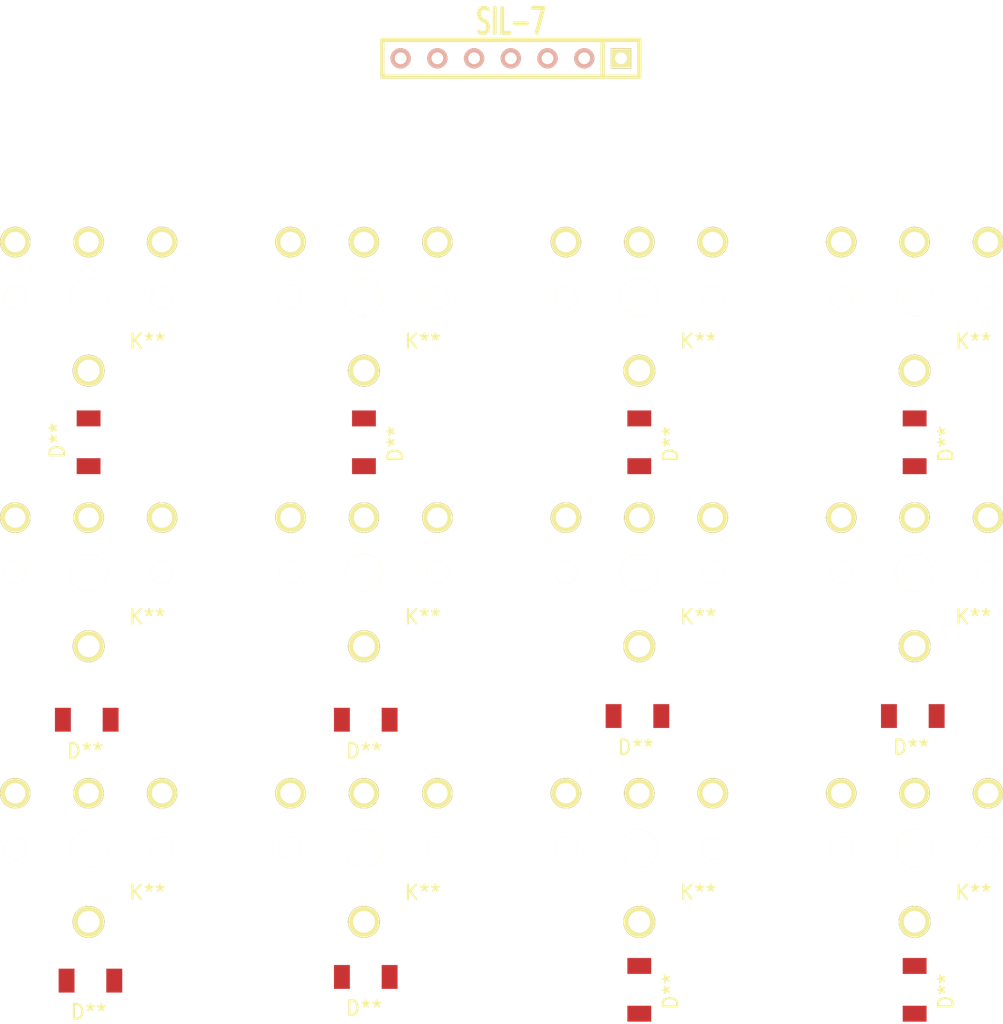
<source format=kicad_pcb>
(kicad_pcb (version 3) (host pcbnew "(2013-07-07 BZR 4022)-stable")

  (general
    (links 0)
    (no_connects 0)
    (area 208.246 74.92873 278.164 146.025527)
    (thickness 1.6)
    (drawings 0)
    (tracks 0)
    (zones 0)
    (modules 25)
    (nets 1)
  )

  (page A3)
  (layers
    (15 F.Cu signal)
    (0 B.Cu signal)
    (16 B.Adhes user)
    (17 F.Adhes user)
    (18 B.Paste user)
    (19 F.Paste user)
    (20 B.SilkS user)
    (21 F.SilkS user)
    (22 B.Mask user)
    (23 F.Mask user)
    (24 Dwgs.User user)
    (25 Cmts.User user)
    (26 Eco1.User user)
    (27 Eco2.User user)
    (28 Edge.Cuts user)
  )

  (setup
    (last_trace_width 0.254)
    (trace_clearance 0.254)
    (zone_clearance 0.508)
    (zone_45_only no)
    (trace_min 0.254)
    (segment_width 0.2)
    (edge_width 0.1)
    (via_size 0.889)
    (via_drill 0.635)
    (via_min_size 0.889)
    (via_min_drill 0.508)
    (uvia_size 0.508)
    (uvia_drill 0.127)
    (uvias_allowed no)
    (uvia_min_size 0.508)
    (uvia_min_drill 0.127)
    (pcb_text_width 0.3)
    (pcb_text_size 1.5 1.5)
    (mod_edge_width 0.15)
    (mod_text_size 1 1)
    (mod_text_width 0.15)
    (pad_size 1.1 1.65)
    (pad_drill 0)
    (pad_to_mask_clearance 0)
    (aux_axis_origin 0 0)
    (visible_elements 7FFFFFFF)
    (pcbplotparams
      (layerselection 3178497)
      (usegerberextensions true)
      (excludeedgelayer true)
      (linewidth 0.150000)
      (plotframeref false)
      (viasonmask false)
      (mode 1)
      (useauxorigin false)
      (hpglpennumber 1)
      (hpglpenspeed 20)
      (hpglpendiameter 15)
      (hpglpenoverlay 2)
      (psnegative false)
      (psa4output false)
      (plotreference true)
      (plotvalue true)
      (plotothertext true)
      (plotinvisibletext false)
      (padsonsilk false)
      (subtractmaskfromsilk false)
      (outputformat 1)
      (mirror false)
      (drillshape 1)
      (scaleselection 1)
      (outputdirectory ""))
  )

  (net 0 "")

  (net_class Default "This is the default net class."
    (clearance 0.254)
    (trace_width 0.254)
    (via_dia 0.889)
    (via_drill 0.635)
    (uvia_dia 0.508)
    (uvia_drill 0.127)
    (add_net "")
  )

  (module SIL-7 (layer F.Cu) (tedit 563F7698) (tstamp 5640F700)
    (at 243.84 78.74 180)
    (descr "Connecteur 7 pins")
    (tags "CONN DEV")
    (fp_text reference SIL-7 (at 0 2.54 180) (layer F.SilkS)
      (effects (font (size 1.72974 1.08712) (thickness 0.3048)))
    )
    (fp_text value Val** (at 0 -2.54 180) (layer F.SilkS) hide
      (effects (font (size 1.524 1.016) (thickness 0.3048)))
    )
    (fp_line (start -8.89 -1.27) (end -8.89 -1.27) (layer F.SilkS) (width 0.3048))
    (fp_line (start -8.89 -1.27) (end 8.89 -1.27) (layer F.SilkS) (width 0.3048))
    (fp_line (start 8.89 -1.27) (end 8.89 1.27) (layer F.SilkS) (width 0.3048))
    (fp_line (start 8.89 1.27) (end -8.89 1.27) (layer F.SilkS) (width 0.3048))
    (fp_line (start -8.89 1.27) (end -8.89 -1.27) (layer F.SilkS) (width 0.3048))
    (fp_line (start -6.35 1.27) (end -6.35 1.27) (layer F.SilkS) (width 0.3048))
    (fp_line (start -6.35 1.27) (end -6.35 -1.27) (layer F.SilkS) (width 0.3048))
    (pad 1 thru_hole rect (at -7.62 0 180) (size 1.397 1.397) (drill 0.8128)
      (layers *.Cu *.Mask F.SilkS)
    )
    (pad 2 thru_hole circle (at -5.08 0 180) (size 1.397 1.397) (drill 0.8128)
      (layers *.Cu *.SilkS *.Mask)
    )
    (pad 3 thru_hole circle (at -2.54 0 180) (size 1.397 1.397) (drill 0.8128)
      (layers *.Cu *.SilkS *.Mask)
    )
    (pad 4 thru_hole circle (at 0 0 180) (size 1.397 1.397) (drill 0.8128)
      (layers *.Cu *.SilkS *.Mask)
    )
    (pad 5 thru_hole circle (at 2.54 0 180) (size 1.397 1.397) (drill 0.8128)
      (layers *.Cu *.SilkS *.Mask)
    )
    (pad 6 thru_hole circle (at 5.08 0 180) (size 1.397 1.397) (drill 0.8128)
      (layers *.Cu *.SilkS *.Mask)
    )
    (pad 7 thru_hole circle (at 7.62 0 180) (size 1.397 1.397) (drill 0.8128)
      (layers *.Cu *.SilkS *.Mask)
    )
  )

  (module CHERRY_ML (layer F.Cu) (tedit 563F8269) (tstamp 563FDFC0)
    (at 214.63 95.25)
    (fp_text reference ML (at -3.556 3.048) (layer F.SilkS) hide
      (effects (font (size 1 1) (thickness 0.15)))
    )
    (fp_text value K** (at 4.064 3.048) (layer F.SilkS)
      (effects (font (size 1 1) (thickness 0.15)))
    )
    (pad "" np_thru_hole circle (at 0 0) (size 2.6 2.6) (drill 2.6)
      (layers *.Cu *.Mask F.SilkS)
    )
    (pad "" np_thru_hole circle (at -5.08 0) (size 1.55 1.55) (drill 1.55)
      (layers *.Cu *.Mask F.SilkS)
    )
    (pad "" np_thru_hole circle (at 5.08 0) (size 1.55 1.55) (drill 1.55)
      (layers *.Cu *.Mask F.SilkS)
    )
    (pad 4 thru_hole circle (at 5.08 -3.81) (size 2.1 2.1) (drill 1.4)
      (layers *.Cu *.Mask F.SilkS)
    )
    (pad 3 thru_hole circle (at -5.08 -3.81) (size 2.1 2.1) (drill 1.4)
      (layers *.Cu *.Mask F.SilkS)
    )
    (pad 2 thru_hole circle (at 0 5.08) (size 2.2 2.2) (drill 1.5)
      (layers *.Cu *.Mask F.SilkS)
    )
    (pad 1 thru_hole circle (at 0 -3.81) (size 2.1 2.1) (drill 1.4)
      (layers *.Cu *.Mask F.SilkS)
    )
  )

  (module CHERRY_ML (layer F.Cu) (tedit 563F8269) (tstamp 563FDFED)
    (at 233.68 95.25)
    (fp_text reference ML (at -3.556 3.048) (layer F.SilkS) hide
      (effects (font (size 1 1) (thickness 0.15)))
    )
    (fp_text value K** (at 4.064 3.048) (layer F.SilkS)
      (effects (font (size 1 1) (thickness 0.15)))
    )
    (pad "" np_thru_hole circle (at 0 0) (size 2.6 2.6) (drill 2.6)
      (layers *.Cu *.Mask F.SilkS)
    )
    (pad "" np_thru_hole circle (at -5.08 0) (size 1.55 1.55) (drill 1.55)
      (layers *.Cu *.Mask F.SilkS)
    )
    (pad "" np_thru_hole circle (at 5.08 0) (size 1.55 1.55) (drill 1.55)
      (layers *.Cu *.Mask F.SilkS)
    )
    (pad 4 thru_hole circle (at 5.08 -3.81) (size 2.1 2.1) (drill 1.4)
      (layers *.Cu *.Mask F.SilkS)
    )
    (pad 3 thru_hole circle (at -5.08 -3.81) (size 2.1 2.1) (drill 1.4)
      (layers *.Cu *.Mask F.SilkS)
    )
    (pad 2 thru_hole circle (at 0 5.08) (size 2.2 2.2) (drill 1.5)
      (layers *.Cu *.Mask F.SilkS)
    )
    (pad 1 thru_hole circle (at 0 -3.81) (size 2.1 2.1) (drill 1.4)
      (layers *.Cu *.Mask F.SilkS)
    )
  )

  (module CHERRY_ML (layer F.Cu) (tedit 563F8269) (tstamp 563FE002)
    (at 252.73 95.25)
    (fp_text reference ML (at -3.556 3.048) (layer F.SilkS) hide
      (effects (font (size 1 1) (thickness 0.15)))
    )
    (fp_text value K** (at 4.064 3.048) (layer F.SilkS)
      (effects (font (size 1 1) (thickness 0.15)))
    )
    (pad "" np_thru_hole circle (at 0 0) (size 2.6 2.6) (drill 2.6)
      (layers *.Cu *.Mask F.SilkS)
    )
    (pad "" np_thru_hole circle (at -5.08 0) (size 1.55 1.55) (drill 1.55)
      (layers *.Cu *.Mask F.SilkS)
    )
    (pad "" np_thru_hole circle (at 5.08 0) (size 1.55 1.55) (drill 1.55)
      (layers *.Cu *.Mask F.SilkS)
    )
    (pad 4 thru_hole circle (at 5.08 -3.81) (size 2.1 2.1) (drill 1.4)
      (layers *.Cu *.Mask F.SilkS)
    )
    (pad 3 thru_hole circle (at -5.08 -3.81) (size 2.1 2.1) (drill 1.4)
      (layers *.Cu *.Mask F.SilkS)
    )
    (pad 2 thru_hole circle (at 0 5.08) (size 2.2 2.2) (drill 1.5)
      (layers *.Cu *.Mask F.SilkS)
    )
    (pad 1 thru_hole circle (at 0 -3.81) (size 2.1 2.1) (drill 1.4)
      (layers *.Cu *.Mask F.SilkS)
    )
  )

  (module CHERRY_ML (layer F.Cu) (tedit 563F8269) (tstamp 563FE017)
    (at 271.78 95.25)
    (fp_text reference ML (at -3.556 3.048) (layer F.SilkS) hide
      (effects (font (size 1 1) (thickness 0.15)))
    )
    (fp_text value K** (at 4.064 3.048) (layer F.SilkS)
      (effects (font (size 1 1) (thickness 0.15)))
    )
    (pad "" np_thru_hole circle (at 0 0) (size 2.6 2.6) (drill 2.6)
      (layers *.Cu *.Mask F.SilkS)
    )
    (pad "" np_thru_hole circle (at -5.08 0) (size 1.55 1.55) (drill 1.55)
      (layers *.Cu *.Mask F.SilkS)
    )
    (pad "" np_thru_hole circle (at 5.08 0) (size 1.55 1.55) (drill 1.55)
      (layers *.Cu *.Mask F.SilkS)
    )
    (pad 4 thru_hole circle (at 5.08 -3.81) (size 2.1 2.1) (drill 1.4)
      (layers *.Cu *.Mask F.SilkS)
    )
    (pad 3 thru_hole circle (at -5.08 -3.81) (size 2.1 2.1) (drill 1.4)
      (layers *.Cu *.Mask F.SilkS)
    )
    (pad 2 thru_hole circle (at 0 5.08) (size 2.2 2.2) (drill 1.5)
      (layers *.Cu *.Mask F.SilkS)
    )
    (pad 1 thru_hole circle (at 0 -3.81) (size 2.1 2.1) (drill 1.4)
      (layers *.Cu *.Mask F.SilkS)
    )
  )

  (module CHERRY_ML (layer F.Cu) (tedit 563F8269) (tstamp 563FE02E)
    (at 214.63 114.3)
    (fp_text reference ML (at -3.556 3.048) (layer F.SilkS) hide
      (effects (font (size 1 1) (thickness 0.15)))
    )
    (fp_text value K** (at 4.064 3.048) (layer F.SilkS)
      (effects (font (size 1 1) (thickness 0.15)))
    )
    (pad "" np_thru_hole circle (at 0 0) (size 2.6 2.6) (drill 2.6)
      (layers *.Cu *.Mask F.SilkS)
    )
    (pad "" np_thru_hole circle (at -5.08 0) (size 1.55 1.55) (drill 1.55)
      (layers *.Cu *.Mask F.SilkS)
    )
    (pad "" np_thru_hole circle (at 5.08 0) (size 1.55 1.55) (drill 1.55)
      (layers *.Cu *.Mask F.SilkS)
    )
    (pad 4 thru_hole circle (at 5.08 -3.81) (size 2.1 2.1) (drill 1.4)
      (layers *.Cu *.Mask F.SilkS)
    )
    (pad 3 thru_hole circle (at -5.08 -3.81) (size 2.1 2.1) (drill 1.4)
      (layers *.Cu *.Mask F.SilkS)
    )
    (pad 2 thru_hole circle (at 0 5.08) (size 2.2 2.2) (drill 1.5)
      (layers *.Cu *.Mask F.SilkS)
    )
    (pad 1 thru_hole circle (at 0 -3.81) (size 2.1 2.1) (drill 1.4)
      (layers *.Cu *.Mask F.SilkS)
    )
  )

  (module CHERRY_ML (layer F.Cu) (tedit 563F8269) (tstamp 563FE047)
    (at 233.68 114.3)
    (fp_text reference ML (at -3.556 3.048) (layer F.SilkS) hide
      (effects (font (size 1 1) (thickness 0.15)))
    )
    (fp_text value K** (at 4.064 3.048) (layer F.SilkS)
      (effects (font (size 1 1) (thickness 0.15)))
    )
    (pad "" np_thru_hole circle (at 0 0) (size 2.6 2.6) (drill 2.6)
      (layers *.Cu *.Mask F.SilkS)
    )
    (pad "" np_thru_hole circle (at -5.08 0) (size 1.55 1.55) (drill 1.55)
      (layers *.Cu *.Mask F.SilkS)
    )
    (pad "" np_thru_hole circle (at 5.08 0) (size 1.55 1.55) (drill 1.55)
      (layers *.Cu *.Mask F.SilkS)
    )
    (pad 4 thru_hole circle (at 5.08 -3.81) (size 2.1 2.1) (drill 1.4)
      (layers *.Cu *.Mask F.SilkS)
    )
    (pad 3 thru_hole circle (at -5.08 -3.81) (size 2.1 2.1) (drill 1.4)
      (layers *.Cu *.Mask F.SilkS)
    )
    (pad 2 thru_hole circle (at 0 5.08) (size 2.2 2.2) (drill 1.5)
      (layers *.Cu *.Mask F.SilkS)
    )
    (pad 1 thru_hole circle (at 0 -3.81) (size 2.1 2.1) (drill 1.4)
      (layers *.Cu *.Mask F.SilkS)
    )
  )

  (module CHERRY_ML (layer F.Cu) (tedit 563F8269) (tstamp 563FE05C)
    (at 252.73 114.3)
    (fp_text reference ML (at -3.556 3.048) (layer F.SilkS) hide
      (effects (font (size 1 1) (thickness 0.15)))
    )
    (fp_text value K** (at 4.064 3.048) (layer F.SilkS)
      (effects (font (size 1 1) (thickness 0.15)))
    )
    (pad "" np_thru_hole circle (at 0 0) (size 2.6 2.6) (drill 2.6)
      (layers *.Cu *.Mask F.SilkS)
    )
    (pad "" np_thru_hole circle (at -5.08 0) (size 1.55 1.55) (drill 1.55)
      (layers *.Cu *.Mask F.SilkS)
    )
    (pad "" np_thru_hole circle (at 5.08 0) (size 1.55 1.55) (drill 1.55)
      (layers *.Cu *.Mask F.SilkS)
    )
    (pad 4 thru_hole circle (at 5.08 -3.81) (size 2.1 2.1) (drill 1.4)
      (layers *.Cu *.Mask F.SilkS)
    )
    (pad 3 thru_hole circle (at -5.08 -3.81) (size 2.1 2.1) (drill 1.4)
      (layers *.Cu *.Mask F.SilkS)
    )
    (pad 2 thru_hole circle (at 0 5.08) (size 2.2 2.2) (drill 1.5)
      (layers *.Cu *.Mask F.SilkS)
    )
    (pad 1 thru_hole circle (at 0 -3.81) (size 2.1 2.1) (drill 1.4)
      (layers *.Cu *.Mask F.SilkS)
    )
  )

  (module CHERRY_ML (layer F.Cu) (tedit 563F8269) (tstamp 563FE071)
    (at 271.78 114.3)
    (fp_text reference ML (at -3.556 3.048) (layer F.SilkS) hide
      (effects (font (size 1 1) (thickness 0.15)))
    )
    (fp_text value K** (at 4.064 3.048) (layer F.SilkS)
      (effects (font (size 1 1) (thickness 0.15)))
    )
    (pad "" np_thru_hole circle (at 0 0) (size 2.6 2.6) (drill 2.6)
      (layers *.Cu *.Mask F.SilkS)
    )
    (pad "" np_thru_hole circle (at -5.08 0) (size 1.55 1.55) (drill 1.55)
      (layers *.Cu *.Mask F.SilkS)
    )
    (pad "" np_thru_hole circle (at 5.08 0) (size 1.55 1.55) (drill 1.55)
      (layers *.Cu *.Mask F.SilkS)
    )
    (pad 4 thru_hole circle (at 5.08 -3.81) (size 2.1 2.1) (drill 1.4)
      (layers *.Cu *.Mask F.SilkS)
    )
    (pad 3 thru_hole circle (at -5.08 -3.81) (size 2.1 2.1) (drill 1.4)
      (layers *.Cu *.Mask F.SilkS)
    )
    (pad 2 thru_hole circle (at 0 5.08) (size 2.2 2.2) (drill 1.5)
      (layers *.Cu *.Mask F.SilkS)
    )
    (pad 1 thru_hole circle (at 0 -3.81) (size 2.1 2.1) (drill 1.4)
      (layers *.Cu *.Mask F.SilkS)
    )
  )

  (module CHERRY_ML (layer F.Cu) (tedit 563F8269) (tstamp 563FE088)
    (at 271.78 133.35)
    (fp_text reference ML (at -3.556 3.048) (layer F.SilkS) hide
      (effects (font (size 1 1) (thickness 0.15)))
    )
    (fp_text value K** (at 4.064 3.048) (layer F.SilkS)
      (effects (font (size 1 1) (thickness 0.15)))
    )
    (pad "" np_thru_hole circle (at 0 0) (size 2.6 2.6) (drill 2.6)
      (layers *.Cu *.Mask F.SilkS)
    )
    (pad "" np_thru_hole circle (at -5.08 0) (size 1.55 1.55) (drill 1.55)
      (layers *.Cu *.Mask F.SilkS)
    )
    (pad "" np_thru_hole circle (at 5.08 0) (size 1.55 1.55) (drill 1.55)
      (layers *.Cu *.Mask F.SilkS)
    )
    (pad 4 thru_hole circle (at 5.08 -3.81) (size 2.1 2.1) (drill 1.4)
      (layers *.Cu *.Mask F.SilkS)
    )
    (pad 3 thru_hole circle (at -5.08 -3.81) (size 2.1 2.1) (drill 1.4)
      (layers *.Cu *.Mask F.SilkS)
    )
    (pad 2 thru_hole circle (at 0 5.08) (size 2.2 2.2) (drill 1.5)
      (layers *.Cu *.Mask F.SilkS)
    )
    (pad 1 thru_hole circle (at 0 -3.81) (size 2.1 2.1) (drill 1.4)
      (layers *.Cu *.Mask F.SilkS)
    )
  )

  (module CHERRY_ML (layer F.Cu) (tedit 563F8269) (tstamp 563FE0A1)
    (at 252.73 133.35)
    (fp_text reference ML (at -3.556 3.048) (layer F.SilkS) hide
      (effects (font (size 1 1) (thickness 0.15)))
    )
    (fp_text value K** (at 4.064 3.048) (layer F.SilkS)
      (effects (font (size 1 1) (thickness 0.15)))
    )
    (pad "" np_thru_hole circle (at 0 0) (size 2.6 2.6) (drill 2.6)
      (layers *.Cu *.Mask F.SilkS)
    )
    (pad "" np_thru_hole circle (at -5.08 0) (size 1.55 1.55) (drill 1.55)
      (layers *.Cu *.Mask F.SilkS)
    )
    (pad "" np_thru_hole circle (at 5.08 0) (size 1.55 1.55) (drill 1.55)
      (layers *.Cu *.Mask F.SilkS)
    )
    (pad 4 thru_hole circle (at 5.08 -3.81) (size 2.1 2.1) (drill 1.4)
      (layers *.Cu *.Mask F.SilkS)
    )
    (pad 3 thru_hole circle (at -5.08 -3.81) (size 2.1 2.1) (drill 1.4)
      (layers *.Cu *.Mask F.SilkS)
    )
    (pad 2 thru_hole circle (at 0 5.08) (size 2.2 2.2) (drill 1.5)
      (layers *.Cu *.Mask F.SilkS)
    )
    (pad 1 thru_hole circle (at 0 -3.81) (size 2.1 2.1) (drill 1.4)
      (layers *.Cu *.Mask F.SilkS)
    )
  )

  (module CHERRY_ML (layer F.Cu) (tedit 563F8269) (tstamp 563FE0B6)
    (at 233.68 133.35)
    (fp_text reference ML (at -3.556 3.048) (layer F.SilkS) hide
      (effects (font (size 1 1) (thickness 0.15)))
    )
    (fp_text value K** (at 4.064 3.048) (layer F.SilkS)
      (effects (font (size 1 1) (thickness 0.15)))
    )
    (pad "" np_thru_hole circle (at 0 0) (size 2.6 2.6) (drill 2.6)
      (layers *.Cu *.Mask F.SilkS)
    )
    (pad "" np_thru_hole circle (at -5.08 0) (size 1.55 1.55) (drill 1.55)
      (layers *.Cu *.Mask F.SilkS)
    )
    (pad "" np_thru_hole circle (at 5.08 0) (size 1.55 1.55) (drill 1.55)
      (layers *.Cu *.Mask F.SilkS)
    )
    (pad 4 thru_hole circle (at 5.08 -3.81) (size 2.1 2.1) (drill 1.4)
      (layers *.Cu *.Mask F.SilkS)
    )
    (pad 3 thru_hole circle (at -5.08 -3.81) (size 2.1 2.1) (drill 1.4)
      (layers *.Cu *.Mask F.SilkS)
    )
    (pad 2 thru_hole circle (at 0 5.08) (size 2.2 2.2) (drill 1.5)
      (layers *.Cu *.Mask F.SilkS)
    )
    (pad 1 thru_hole circle (at 0 -3.81) (size 2.1 2.1) (drill 1.4)
      (layers *.Cu *.Mask F.SilkS)
    )
  )

  (module CHERRY_ML (layer F.Cu) (tedit 563F8269) (tstamp 563FE0CB)
    (at 214.63 133.35)
    (fp_text reference ML (at -3.556 3.048) (layer F.SilkS) hide
      (effects (font (size 1 1) (thickness 0.15)))
    )
    (fp_text value K** (at 4.064 3.048) (layer F.SilkS)
      (effects (font (size 1 1) (thickness 0.15)))
    )
    (pad "" np_thru_hole circle (at 0 0) (size 2.6 2.6) (drill 2.6)
      (layers *.Cu *.Mask F.SilkS)
    )
    (pad "" np_thru_hole circle (at -5.08 0) (size 1.55 1.55) (drill 1.55)
      (layers *.Cu *.Mask F.SilkS)
    )
    (pad "" np_thru_hole circle (at 5.08 0) (size 1.55 1.55) (drill 1.55)
      (layers *.Cu *.Mask F.SilkS)
    )
    (pad 4 thru_hole circle (at 5.08 -3.81) (size 2.1 2.1) (drill 1.4)
      (layers *.Cu *.Mask F.SilkS)
    )
    (pad 3 thru_hole circle (at -5.08 -3.81) (size 2.1 2.1) (drill 1.4)
      (layers *.Cu *.Mask F.SilkS)
    )
    (pad 2 thru_hole circle (at 0 5.08) (size 2.2 2.2) (drill 1.5)
      (layers *.Cu *.Mask F.SilkS)
    )
    (pad 1 thru_hole circle (at 0 -3.81) (size 2.1 2.1) (drill 1.4)
      (layers *.Cu *.Mask F.SilkS)
    )
  )

  (module FDLL4148 (layer F.Cu) (tedit 563F81A4) (tstamp 563FE0DB)
    (at 214.63 103.632 270)
    (fp_text reference 4148 (at 1.7 -1.88 270) (layer F.SilkS) hide
      (effects (font (size 1 1) (thickness 0.15)))
    )
    (fp_text value D** (at 1.53 2.16 270) (layer F.SilkS)
      (effects (font (size 1 1) (thickness 0.15)))
    )
    (pad 1 smd rect (at 0 0 270) (size 1.1 1.65)
      (layers F.Cu F.Paste F.Mask)
    )
    (pad 2 smd rect (at 3.3 0 270) (size 1.1 1.65)
      (layers F.Cu F.Paste F.Mask)
    )
  )

  (module FDLL4148 (layer F.Cu) (tedit 563F81A4) (tstamp 563FE0FA)
    (at 233.68 106.934 90)
    (fp_text reference 4148 (at 1.7 -1.88 90) (layer F.SilkS) hide
      (effects (font (size 1 1) (thickness 0.15)))
    )
    (fp_text value D** (at 1.53 2.16 90) (layer F.SilkS)
      (effects (font (size 1 1) (thickness 0.15)))
    )
    (pad 1 smd rect (at 0 0 90) (size 1.1 1.65)
      (layers F.Cu F.Paste F.Mask)
    )
    (pad 2 smd rect (at 3.3 0 90) (size 1.1 1.65)
      (layers F.Cu F.Paste F.Mask)
    )
  )

  (module FDLL4148 (layer F.Cu) (tedit 563F81A4) (tstamp 563FE105)
    (at 252.73 106.934 90)
    (fp_text reference 4148 (at 1.7 -1.88 90) (layer F.SilkS) hide
      (effects (font (size 1 1) (thickness 0.15)))
    )
    (fp_text value D** (at 1.53 2.16 90) (layer F.SilkS)
      (effects (font (size 1 1) (thickness 0.15)))
    )
    (pad 1 smd rect (at 0 0 90) (size 1.1 1.65)
      (layers F.Cu F.Paste F.Mask)
    )
    (pad 2 smd rect (at 3.3 0 90) (size 1.1 1.65)
      (layers F.Cu F.Paste F.Mask)
    )
  )

  (module FDLL4148 (layer F.Cu) (tedit 563F81A4) (tstamp 563FE110)
    (at 271.78 106.934 90)
    (fp_text reference 4148 (at 1.7 -1.88 90) (layer F.SilkS) hide
      (effects (font (size 1 1) (thickness 0.15)))
    )
    (fp_text value D** (at 1.53 2.16 90) (layer F.SilkS)
      (effects (font (size 1 1) (thickness 0.15)))
    )
    (pad 1 smd rect (at 0 0 90) (size 1.1 1.65)
      (layers F.Cu F.Paste F.Mask)
    )
    (pad 2 smd rect (at 3.3 0 90) (size 1.1 1.65)
      (layers F.Cu F.Paste F.Mask)
    )
  )

  (module FDLL4148 (layer F.Cu) (tedit 563F81A4) (tstamp 563FE11B)
    (at 212.852 124.46)
    (fp_text reference 4148 (at 1.7 -1.88) (layer F.SilkS) hide
      (effects (font (size 1 1) (thickness 0.15)))
    )
    (fp_text value D** (at 1.53 2.16) (layer F.SilkS)
      (effects (font (size 1 1) (thickness 0.15)))
    )
    (pad 1 smd rect (at 0 0) (size 1.1 1.65)
      (layers F.Cu F.Paste F.Mask)
    )
    (pad 2 smd rect (at 3.3 0) (size 1.1 1.65)
      (layers F.Cu F.Paste F.Mask)
    )
  )

  (module FDLL4148 (layer F.Cu) (tedit 563F81A4) (tstamp 563FE126)
    (at 232.156 124.46)
    (fp_text reference 4148 (at 1.7 -1.88) (layer F.SilkS) hide
      (effects (font (size 1 1) (thickness 0.15)))
    )
    (fp_text value D** (at 1.53 2.16) (layer F.SilkS)
      (effects (font (size 1 1) (thickness 0.15)))
    )
    (pad 1 smd rect (at 0 0) (size 1.1 1.65)
      (layers F.Cu F.Paste F.Mask)
    )
    (pad 2 smd rect (at 3.3 0) (size 1.1 1.65)
      (layers F.Cu F.Paste F.Mask)
    )
  )

  (module FDLL4148 (layer F.Cu) (tedit 563F81A4) (tstamp 563FE131)
    (at 250.952 124.206)
    (fp_text reference 4148 (at 1.7 -1.88) (layer F.SilkS) hide
      (effects (font (size 1 1) (thickness 0.15)))
    )
    (fp_text value D** (at 1.53 2.16) (layer F.SilkS)
      (effects (font (size 1 1) (thickness 0.15)))
    )
    (pad 1 smd rect (at 0 0) (size 1.1 1.65)
      (layers F.Cu F.Paste F.Mask)
    )
    (pad 2 smd rect (at 3.3 0) (size 1.1 1.65)
      (layers F.Cu F.Paste F.Mask)
    )
  )

  (module FDLL4148 (layer F.Cu) (tedit 563F81A4) (tstamp 563FE13C)
    (at 270.002 124.206)
    (fp_text reference 4148 (at 1.7 -1.88) (layer F.SilkS) hide
      (effects (font (size 1 1) (thickness 0.15)))
    )
    (fp_text value D** (at 1.53 2.16) (layer F.SilkS)
      (effects (font (size 1 1) (thickness 0.15)))
    )
    (pad 1 smd rect (at 0 0) (size 1.1 1.65)
      (layers F.Cu F.Paste F.Mask)
    )
    (pad 2 smd rect (at 3.3 0) (size 1.1 1.65)
      (layers F.Cu F.Paste F.Mask)
    )
  )

  (module FDLL4148 (layer F.Cu) (tedit 563F81A4) (tstamp 563FE147)
    (at 213.106 142.494)
    (fp_text reference 4148 (at 1.7 -1.88) (layer F.SilkS) hide
      (effects (font (size 1 1) (thickness 0.15)))
    )
    (fp_text value D** (at 1.53 2.16) (layer F.SilkS)
      (effects (font (size 1 1) (thickness 0.15)))
    )
    (pad 1 smd rect (at 0 0) (size 1.1 1.65)
      (layers F.Cu F.Paste F.Mask)
    )
    (pad 2 smd rect (at 3.3 0) (size 1.1 1.65)
      (layers F.Cu F.Paste F.Mask)
    )
  )

  (module FDLL4148 (layer F.Cu) (tedit 563F81A4) (tstamp 563FE152)
    (at 232.156 142.24)
    (fp_text reference 4148 (at 1.7 -1.88) (layer F.SilkS) hide
      (effects (font (size 1 1) (thickness 0.15)))
    )
    (fp_text value D** (at 1.53 2.16) (layer F.SilkS)
      (effects (font (size 1 1) (thickness 0.15)))
    )
    (pad 1 smd rect (at 0 0) (size 1.1 1.65)
      (layers F.Cu F.Paste F.Mask)
    )
    (pad 2 smd rect (at 3.3 0) (size 1.1 1.65)
      (layers F.Cu F.Paste F.Mask)
    )
  )

  (module FDLL4148 (layer F.Cu) (tedit 563F81A4) (tstamp 563FE15D)
    (at 252.73 144.78 90)
    (fp_text reference 4148 (at 1.7 -1.88 90) (layer F.SilkS) hide
      (effects (font (size 1 1) (thickness 0.15)))
    )
    (fp_text value D** (at 1.53 2.16 90) (layer F.SilkS)
      (effects (font (size 1 1) (thickness 0.15)))
    )
    (pad 1 smd rect (at 0 0 90) (size 1.1 1.65)
      (layers F.Cu F.Paste F.Mask)
    )
    (pad 2 smd rect (at 3.3 0 90) (size 1.1 1.65)
      (layers F.Cu F.Paste F.Mask)
    )
  )

  (module FDLL4148 (layer F.Cu) (tedit 563F81A4) (tstamp 563FE169)
    (at 271.78 144.78 90)
    (fp_text reference 4148 (at 1.7 -1.88 90) (layer F.SilkS) hide
      (effects (font (size 1 1) (thickness 0.15)))
    )
    (fp_text value D** (at 1.53 2.16 90) (layer F.SilkS)
      (effects (font (size 1 1) (thickness 0.15)))
    )
    (pad 1 smd rect (at 0 0 90) (size 1.1 1.65)
      (layers F.Cu F.Paste F.Mask)
    )
    (pad 2 smd rect (at 3.3 0 90) (size 1.1 1.65)
      (layers F.Cu F.Paste F.Mask)
    )
  )

)

</source>
